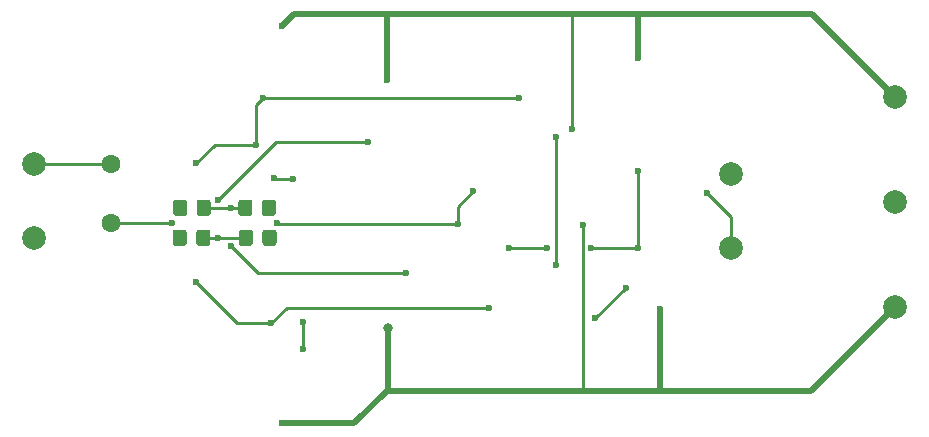
<source format=gbr>
G04 #@! TF.GenerationSoftware,KiCad,Pcbnew,(5.1.10-0-10_14)*
G04 #@! TF.CreationDate,2021-07-28T14:37:46+02:00*
G04 #@! TF.ProjectId,pre-amp-discret,7072652d-616d-4702-9d64-697363726574,rev?*
G04 #@! TF.SameCoordinates,Original*
G04 #@! TF.FileFunction,Copper,L2,Bot*
G04 #@! TF.FilePolarity,Positive*
%FSLAX46Y46*%
G04 Gerber Fmt 4.6, Leading zero omitted, Abs format (unit mm)*
G04 Created by KiCad (PCBNEW (5.1.10-0-10_14)) date 2021-07-28 14:37:46*
%MOMM*%
%LPD*%
G01*
G04 APERTURE LIST*
G04 #@! TA.AperFunction,ComponentPad*
%ADD10C,1.600000*%
G04 #@! TD*
G04 #@! TA.AperFunction,ComponentPad*
%ADD11C,2.000000*%
G04 #@! TD*
G04 #@! TA.AperFunction,ViaPad*
%ADD12C,0.600000*%
G04 #@! TD*
G04 #@! TA.AperFunction,ViaPad*
%ADD13C,0.800000*%
G04 #@! TD*
G04 #@! TA.AperFunction,Conductor*
%ADD14C,0.500000*%
G04 #@! TD*
G04 #@! TA.AperFunction,Conductor*
%ADD15C,0.250000*%
G04 #@! TD*
G04 APERTURE END LIST*
G04 #@! TA.AperFunction,SMDPad,CuDef*
G36*
G01*
X138420400Y-124517999D02*
X138420400Y-125418001D01*
G75*
G02*
X138170401Y-125668000I-249999J0D01*
G01*
X137470399Y-125668000D01*
G75*
G02*
X137220400Y-125418001I0J249999D01*
G01*
X137220400Y-124517999D01*
G75*
G02*
X137470399Y-124268000I249999J0D01*
G01*
X138170401Y-124268000D01*
G75*
G02*
X138420400Y-124517999I0J-249999D01*
G01*
G37*
G04 #@! TD.AperFunction*
G04 #@! TA.AperFunction,SMDPad,CuDef*
G36*
G01*
X140420400Y-124517999D02*
X140420400Y-125418001D01*
G75*
G02*
X140170401Y-125668000I-249999J0D01*
G01*
X139470399Y-125668000D01*
G75*
G02*
X139220400Y-125418001I0J249999D01*
G01*
X139220400Y-124517999D01*
G75*
G02*
X139470399Y-124268000I249999J0D01*
G01*
X140170401Y-124268000D01*
G75*
G02*
X140420400Y-124517999I0J-249999D01*
G01*
G37*
G04 #@! TD.AperFunction*
G04 #@! TA.AperFunction,SMDPad,CuDef*
G36*
G01*
X139252400Y-122878001D02*
X139252400Y-121977999D01*
G75*
G02*
X139502399Y-121728000I249999J0D01*
G01*
X140202401Y-121728000D01*
G75*
G02*
X140452400Y-121977999I0J-249999D01*
G01*
X140452400Y-122878001D01*
G75*
G02*
X140202401Y-123128000I-249999J0D01*
G01*
X139502399Y-123128000D01*
G75*
G02*
X139252400Y-122878001I0J249999D01*
G01*
G37*
G04 #@! TD.AperFunction*
G04 #@! TA.AperFunction,SMDPad,CuDef*
G36*
G01*
X137252400Y-122878001D02*
X137252400Y-121977999D01*
G75*
G02*
X137502399Y-121728000I249999J0D01*
G01*
X138202401Y-121728000D01*
G75*
G02*
X138452400Y-121977999I0J-249999D01*
G01*
X138452400Y-122878001D01*
G75*
G02*
X138202401Y-123128000I-249999J0D01*
G01*
X137502399Y-123128000D01*
G75*
G02*
X137252400Y-122878001I0J249999D01*
G01*
G37*
G04 #@! TD.AperFunction*
D10*
X131978400Y-118698000D03*
X131978400Y-123698000D03*
G04 #@! TA.AperFunction,SMDPad,CuDef*
G36*
G01*
X143973600Y-121977999D02*
X143973600Y-122878001D01*
G75*
G02*
X143723601Y-123128000I-249999J0D01*
G01*
X143023599Y-123128000D01*
G75*
G02*
X142773600Y-122878001I0J249999D01*
G01*
X142773600Y-121977999D01*
G75*
G02*
X143023599Y-121728000I249999J0D01*
G01*
X143723601Y-121728000D01*
G75*
G02*
X143973600Y-121977999I0J-249999D01*
G01*
G37*
G04 #@! TD.AperFunction*
G04 #@! TA.AperFunction,SMDPad,CuDef*
G36*
G01*
X145973600Y-121977999D02*
X145973600Y-122878001D01*
G75*
G02*
X145723601Y-123128000I-249999J0D01*
G01*
X145023599Y-123128000D01*
G75*
G02*
X144773600Y-122878001I0J249999D01*
G01*
X144773600Y-121977999D01*
G75*
G02*
X145023599Y-121728000I249999J0D01*
G01*
X145723601Y-121728000D01*
G75*
G02*
X145973600Y-121977999I0J-249999D01*
G01*
G37*
G04 #@! TD.AperFunction*
D11*
X184467500Y-119570500D03*
X184492900Y-125793500D03*
X198374000Y-121920000D03*
X125476000Y-118719600D03*
X198374000Y-130810000D03*
X125476000Y-125018800D03*
X198374000Y-113030000D03*
G04 #@! TA.AperFunction,SMDPad,CuDef*
G36*
G01*
X144824400Y-125418001D02*
X144824400Y-124517999D01*
G75*
G02*
X145074399Y-124268000I249999J0D01*
G01*
X145774401Y-124268000D01*
G75*
G02*
X146024400Y-124517999I0J-249999D01*
G01*
X146024400Y-125418001D01*
G75*
G02*
X145774401Y-125668000I-249999J0D01*
G01*
X145074399Y-125668000D01*
G75*
G02*
X144824400Y-125418001I0J249999D01*
G01*
G37*
G04 #@! TD.AperFunction*
G04 #@! TA.AperFunction,SMDPad,CuDef*
G36*
G01*
X142824400Y-125418001D02*
X142824400Y-124517999D01*
G75*
G02*
X143074399Y-124268000I249999J0D01*
G01*
X143774401Y-124268000D01*
G75*
G02*
X144024400Y-124517999I0J-249999D01*
G01*
X144024400Y-125418001D01*
G75*
G02*
X143774401Y-125668000I-249999J0D01*
G01*
X143074399Y-125668000D01*
G75*
G02*
X142824400Y-125418001I0J249999D01*
G01*
G37*
G04 #@! TD.AperFunction*
D12*
X171678600Y-105994200D03*
X167614600Y-105994200D03*
X155333700Y-111582200D03*
X170992800Y-115773200D03*
X176593500Y-109728000D03*
X146481800Y-107010200D03*
X137195399Y-123713401D03*
X165232200Y-137901800D03*
X169743000Y-137901800D03*
D13*
X155422600Y-132638800D03*
D12*
X171958000Y-123901200D03*
X178511200Y-130987800D03*
X146494500Y-140652500D03*
X164020500Y-130873500D03*
X145585100Y-132186600D03*
X139192000Y-128676400D03*
X146049401Y-123698599D03*
X161353500Y-123761500D03*
X162687000Y-121031000D03*
X176593500Y-119341900D03*
X165735000Y-125793500D03*
X168910000Y-125793500D03*
X172656500Y-125793500D03*
X176593500Y-125793500D03*
X169672000Y-127304800D03*
X169672000Y-116433600D03*
X172986700Y-131800600D03*
X175602900Y-129184400D03*
X166547800Y-113106200D03*
X144251600Y-117073600D03*
X144843500Y-113118900D03*
X139192000Y-118668800D03*
X157019428Y-127967047D03*
X142189200Y-122428000D03*
X142189200Y-125679200D03*
X153797000Y-116827300D03*
X141020800Y-124968000D03*
X141020800Y-121803000D03*
X148272500Y-134366000D03*
X148272500Y-132080000D03*
X147383500Y-119951500D03*
X145796000Y-119938800D03*
X145373600Y-122428000D03*
X145424400Y-124968000D03*
X137820400Y-124968000D03*
X137852400Y-122428000D03*
X182422800Y-121158000D03*
D14*
X191338200Y-105994200D02*
X198374000Y-113030000D01*
X178612800Y-105994200D02*
X191338200Y-105994200D01*
X155359100Y-105994200D02*
X155346400Y-106006900D01*
X167614600Y-105994200D02*
X155359100Y-105994200D01*
X155346400Y-111569500D02*
X155333700Y-111582200D01*
X155346400Y-106006900D02*
X155346400Y-111569500D01*
X170992800Y-106019600D02*
X171018200Y-105994200D01*
X171678600Y-105994200D02*
X171018200Y-105994200D01*
D15*
X170992800Y-106222800D02*
X170764200Y-105994200D01*
X170992800Y-115773200D02*
X170992800Y-106222800D01*
D14*
X170764200Y-105994200D02*
X167487600Y-105994200D01*
X171018200Y-105994200D02*
X170764200Y-105994200D01*
X176593500Y-106045000D02*
X176542700Y-105994200D01*
X176593500Y-109728000D02*
X176593500Y-106045000D01*
X176542700Y-105994200D02*
X171678600Y-105994200D01*
X178612800Y-105994200D02*
X176542700Y-105994200D01*
X147485100Y-106006900D02*
X146481800Y-107010200D01*
X155346400Y-106006900D02*
X147485100Y-106006900D01*
D15*
X131956800Y-118719600D02*
X131978400Y-118698000D01*
X125476000Y-118719600D02*
X131956800Y-118719600D01*
X137179998Y-123698000D02*
X137195399Y-123713401D01*
X131978400Y-123698000D02*
X137179998Y-123698000D01*
D14*
X191282200Y-137901800D02*
X198374000Y-130810000D01*
X179171600Y-137901800D02*
X191282200Y-137901800D01*
X165232200Y-137901800D02*
X165232200Y-137901800D01*
X165232200Y-137901800D02*
X155478600Y-137901800D01*
X169743000Y-137901800D02*
X165232200Y-137901800D01*
X155422600Y-137845800D02*
X155422600Y-132638800D01*
X171876600Y-137901800D02*
X169743000Y-137901800D01*
D15*
X171958000Y-137820400D02*
X171876600Y-137901800D01*
X171958000Y-123901200D02*
X171958000Y-137820400D01*
D14*
X178491000Y-137901800D02*
X171876600Y-137901800D01*
X179171600Y-137901800D02*
X178491000Y-137901800D01*
X152615900Y-140652500D02*
X155422600Y-137845800D01*
X146494500Y-140652500D02*
X152615900Y-140652500D01*
X178511200Y-137881600D02*
X178491000Y-137901800D01*
X178511200Y-130987800D02*
X178511200Y-137881600D01*
D15*
X146898200Y-130873500D02*
X145585100Y-132186600D01*
X164020500Y-130873500D02*
X146898200Y-130873500D01*
X142702200Y-132186600D02*
X139192000Y-128676400D01*
X145585100Y-132186600D02*
X142702200Y-132186600D01*
X161353500Y-122364500D02*
X162687000Y-121031000D01*
X161353500Y-123761500D02*
X161353500Y-122364500D01*
X146112302Y-123761500D02*
X146049401Y-123698599D01*
X161353500Y-123761500D02*
X146112302Y-123761500D01*
X165735000Y-125793500D02*
X168910000Y-125793500D01*
X176593500Y-119341900D02*
X176593500Y-125793500D01*
X172656500Y-125793500D02*
X176593500Y-125793500D01*
X169672000Y-127304800D02*
X169672000Y-117449600D01*
X169672000Y-117449600D02*
X169672000Y-116941600D01*
X169672000Y-116941600D02*
X169672000Y-116433600D01*
X172986700Y-131800600D02*
X175602900Y-129184400D01*
X166547800Y-113106200D02*
X166535100Y-113093500D01*
X144251600Y-113710800D02*
X144843500Y-113118900D01*
X144251600Y-117073600D02*
X144251600Y-113710800D01*
X166535100Y-113118900D02*
X166547800Y-113106200D01*
X144843500Y-113118900D02*
X166535100Y-113118900D01*
X140787200Y-117073600D02*
X139192000Y-118668800D01*
X144251600Y-117073600D02*
X140787200Y-117073600D01*
X139852400Y-122428000D02*
X141732000Y-122428000D01*
X141732000Y-122428000D02*
X143373600Y-122428000D01*
X144477047Y-127967047D02*
X142189200Y-125679200D01*
X157019428Y-127967047D02*
X144477047Y-127967047D01*
X139820400Y-124968000D02*
X141681200Y-124968000D01*
X141681200Y-124968000D02*
X143424400Y-124968000D01*
X145996500Y-116827300D02*
X141020800Y-121803000D01*
X153797000Y-116827300D02*
X145996500Y-116827300D01*
X148272500Y-134366000D02*
X148272500Y-132080000D01*
X145808700Y-119951500D02*
X145796000Y-119938800D01*
X147383500Y-119951500D02*
X145808700Y-119951500D01*
X184492900Y-123228100D02*
X182422800Y-121158000D01*
X184492900Y-125793500D02*
X184492900Y-123228100D01*
M02*

</source>
